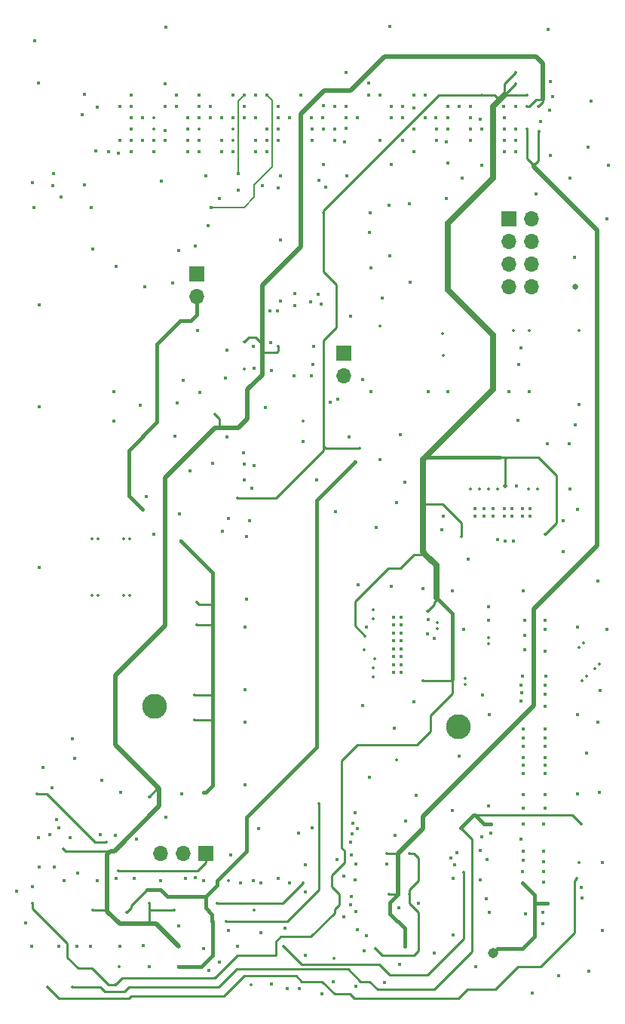
<source format=gbr>
%TF.GenerationSoftware,KiCad,Pcbnew,(6.0.9)*%
%TF.CreationDate,2022-12-19T19:37:01+02:00*%
%TF.ProjectId,FMC_MIPI_v2,464d435f-4d49-4504-995f-76322e6b6963,rev?*%
%TF.SameCoordinates,Original*%
%TF.FileFunction,Copper,L4,Inr*%
%TF.FilePolarity,Positive*%
%FSLAX46Y46*%
G04 Gerber Fmt 4.6, Leading zero omitted, Abs format (unit mm)*
G04 Created by KiCad (PCBNEW (6.0.9)) date 2022-12-19 19:37:01*
%MOMM*%
%LPD*%
G01*
G04 APERTURE LIST*
%TA.AperFunction,ComponentPad*%
%ADD10R,1.700000X1.700000*%
%TD*%
%TA.AperFunction,ComponentPad*%
%ADD11O,1.700000X1.700000*%
%TD*%
%TA.AperFunction,ComponentPad*%
%ADD12C,2.800000*%
%TD*%
%TA.AperFunction,ViaPad*%
%ADD13C,0.355600*%
%TD*%
%TA.AperFunction,ViaPad*%
%ADD14C,0.406400*%
%TD*%
%TA.AperFunction,ViaPad*%
%ADD15C,1.143000*%
%TD*%
%TA.AperFunction,ViaPad*%
%ADD16C,0.508000*%
%TD*%
%TA.AperFunction,ViaPad*%
%ADD17C,0.635000*%
%TD*%
%TA.AperFunction,Conductor*%
%ADD18C,0.254000*%
%TD*%
%TA.AperFunction,Conductor*%
%ADD19C,0.381000*%
%TD*%
%TA.AperFunction,Conductor*%
%ADD20C,0.508000*%
%TD*%
%TA.AperFunction,Conductor*%
%ADD21C,0.635000*%
%TD*%
%TA.AperFunction,Conductor*%
%ADD22C,0.152400*%
%TD*%
G04 APERTURE END LIST*
D10*
%TO.N,/VOLT_1P8*%
%TO.C,JP1*%
X113030000Y-123698000D03*
D11*
%TO.N,/Jetson_connector/VCC_1V8_EEPROM*%
X110490000Y-123698000D03*
%TO.N,JT_VDD_1V8*%
X107950000Y-123698000D03*
%TD*%
D10*
%TO.N,/VOLT_2P5*%
%TO.C,JP2*%
X112014000Y-58674000D03*
D11*
%TO.N,/LVDS_to_Jetson_lines/VOLT_2P5_CSI_C*%
X112014000Y-61214000D03*
%TD*%
D10*
%TO.N,/VOLT_2P5*%
%TO.C,JP3*%
X128524000Y-67564000D03*
D11*
%TO.N,/LVDS_to_Jetson_lines/VOLT_2P5_CSI_D*%
X128524000Y-70104000D03*
%TD*%
D12*
%TO.N,Earth*%
%TO.C,TP1*%
X141427200Y-109423200D03*
%TD*%
D10*
%TO.N,/FMC_Connector/DBG_IO_1*%
%TO.C,J3*%
X147066000Y-52451000D03*
D11*
%TO.N,/FMC_Connector/DBG_IO_2*%
X149606000Y-52451000D03*
%TO.N,/FMC_Connector/DBG_IO_3*%
X147066000Y-54991000D03*
%TO.N,/FMC_Connector/DBG_IO_4*%
X149606000Y-54991000D03*
%TO.N,/FMC_Connector/DBG_IO_5*%
X147066000Y-57531000D03*
%TO.N,/FMC_Connector/DBG_IO_6*%
X149606000Y-57531000D03*
%TO.N,Earth*%
X147066000Y-60071000D03*
X149606000Y-60071000D03*
%TD*%
D12*
%TO.N,Earth*%
%TO.C,TP2*%
X107315000Y-107137200D03*
%TD*%
D13*
%TO.N,CSI_C_D0_P*%
X144830800Y-99427030D03*
%TO.N,CSI_C_D0_N*%
X144830800Y-100112830D03*
%TO.N,CSI_C_D1_P*%
X142189200Y-104051100D03*
%TO.N,CSI_C_D1_N*%
X142189200Y-104736900D03*
%TO.N,CSI_D_D0_P*%
X155487267Y-100062133D03*
%TO.N,CSI_D_D0_N*%
X155002333Y-100547067D03*
%TO.N,CSI_C_CLK_P*%
X139065000Y-97737930D03*
%TO.N,CSI_D_CLK_P*%
X157265267Y-102424333D03*
%TO.N,CSI_C_CLK_N*%
X139065000Y-98423730D03*
%TO.N,CSI_D_CLK_N*%
X156780333Y-102909267D03*
%TO.N,CSI_D_D1_P*%
X155792067Y-103770533D03*
%TO.N,CSI_D_D1_N*%
X155307133Y-104255467D03*
%TO.N,/LVDS_to_Jetson_lines/CSI_LP_C_CLK_P*%
X131826000Y-96316800D03*
%TO.N,/LVDS_to_Jetson_lines/CSI_LP_C_CLK_N*%
X131826000Y-97332800D03*
%TO.N,/LVDS_to_Jetson_lines/CSI_LP_C_D0_P*%
X130835400Y-100838000D03*
%TO.N,/LVDS_to_Jetson_lines/CSI_LP_C_D0_N*%
X132003800Y-101828600D03*
%TO.N,/LVDS_to_Jetson_lines/CSI_LP_C_D1_P*%
X131826000Y-102819200D03*
%TO.N,/LVDS_to_Jetson_lines/CSI_LP_C_D1_N*%
X131826000Y-103835200D03*
%TO.N,/LVDS_to_Jetson_lines/CSI_LP_D_CLK_P*%
X150291800Y-82804000D03*
D14*
%TO.N,/LVDS_to_Jetson_lines/CSI_LP_D_CLK_N*%
X127863600Y-72745600D03*
D13*
X149301200Y-82804000D03*
D14*
X124917200Y-70104000D03*
D13*
%TO.N,/LVDS_to_Jetson_lines/CSI_LP_D_D0_P*%
X145796000Y-82804000D03*
%TO.N,/LVDS_to_Jetson_lines/CSI_LP_D_D0_N*%
X144780000Y-82804000D03*
%TO.N,/LVDS_to_Jetson_lines/CSI_LP_D_D1_P*%
X143789400Y-82804000D03*
%TO.N,/LVDS_to_Jetson_lines/CSI_LP_D_D1_N*%
X142798800Y-82804000D03*
D14*
%TO.N,/Jetson_connector/EEPROM_SCL*%
X118364000Y-126746000D03*
%TO.N,/Jetson_connector/EEPROM_SDA*%
X121158010Y-126492000D03*
%TO.N,/Jetson_connector/EEPROM_A2*%
X124206000Y-124968000D03*
%TO.N,/Jetson_connector/EEPROM_A1*%
X124968000Y-120777000D03*
%TO.N,/Jetson_connector/EEPROM_A0*%
X123444000Y-121412000D03*
D13*
%TO.N,/Jetson_connector/JT_VDD_3V3*%
X95250000Y-138684000D03*
X154686000Y-126492000D03*
D15*
%TO.N,/Jetson_connector/JT_VDD_5V*%
X145288000Y-134874000D03*
D13*
X148590000Y-127000000D03*
X151384000Y-129286000D03*
D14*
%TO.N,Net-(R8-Pad2)*%
X116586000Y-134112000D03*
%TO.N,JT_1p8V_GPIO9_IN*%
X155194000Y-127508000D03*
%TO.N,JT_1p8V_GPIO17_IN*%
X144907000Y-130302000D03*
%TO.N,JT_1p8V_I2C_CAM_CLK*%
X126060200Y-139420600D03*
X144780000Y-118364000D03*
%TO.N,JT_1p8V_I2C_CAM_DAT*%
X128524000Y-126238000D03*
%TO.N,JT_1p8V_CAM0_MCLK*%
X144018000Y-121793000D03*
%TO.N,JT_1p8V_CAM0_PWR*%
X143891000Y-123317000D03*
%TO.N,JT_1p8V_CAM0_RST*%
X144653000Y-124333000D03*
%TO.N,Net-(IC3-Pad8)*%
X133096000Y-138176000D03*
%TO.N,Net-(IC3-Pad5)*%
X130810000Y-134620000D03*
%TO.N,Net-(IC3-Pad4)*%
X128524000Y-130810000D03*
%TO.N,Net-(IC3-Pad1)*%
X123571000Y-138811000D03*
%TO.N,/Slow_signals_level_shifters/1DIR_U3*%
X127762000Y-124333000D03*
X129794000Y-119126000D03*
%TO.N,Net-(R16-Pad2)*%
X131445000Y-53975000D03*
D13*
%TO.N,/Jetson_connector/VCC_1V8_EEPROM*%
X115570000Y-126746000D03*
D14*
%TO.N,Net-(R17-Pad2)*%
X132588000Y-79502000D03*
D13*
%TO.N,/VDD_VADJ*%
X97028000Y-123190000D03*
D14*
X108458000Y-83820000D03*
D13*
X100330000Y-130048000D03*
X133604000Y-128270000D03*
X149098000Y-39878000D03*
X106680000Y-129286000D03*
X133350000Y-123698000D03*
X121158000Y-66802000D03*
X117348000Y-66294000D03*
X149098000Y-42418000D03*
D14*
X135382000Y-134112000D03*
D13*
X106680000Y-117348000D03*
X109982000Y-134112000D03*
X109474000Y-130048000D03*
X114046000Y-74422000D03*
X150495000Y-42672000D03*
X150368000Y-39878000D03*
%TO.N,/VOLT_3P3*%
X126238000Y-51816000D03*
X130302000Y-78232000D03*
X147828000Y-37338000D03*
X114046000Y-137668000D03*
X151130008Y-87884000D03*
X102870000Y-138430000D03*
X144018000Y-38608000D03*
X93599000Y-129286000D03*
X130962400Y-99263200D03*
X137480032Y-104327960D03*
D16*
X146685000Y-82423000D03*
D13*
X116586000Y-83820000D03*
X137922000Y-96520000D03*
X120904000Y-135128000D03*
X149098000Y-38608000D03*
X141732000Y-88163400D03*
X147828000Y-36068000D03*
%TO.N,/VOLT_1P8*%
X132080000Y-134366000D03*
X118465600Y-130022600D03*
X127482600Y-135432800D03*
X94081600Y-116992400D03*
X118135400Y-138379200D03*
X114300000Y-129286000D03*
X135890000Y-128270000D03*
X135890000Y-123698000D03*
X123952000Y-127000008D03*
X103200200Y-125603000D03*
X101879400Y-122402600D03*
%TO.N,/VOLT_1P2*%
X104140000Y-130302000D03*
X117348000Y-69342000D03*
D14*
X109982000Y-136398000D03*
D13*
X123952000Y-75184000D03*
D14*
X129794000Y-79756000D03*
%TO.N,/VOLT_2P5*%
X121412000Y-54864000D03*
X111887000Y-55499000D03*
%TO.N,/FMC_Connector/TDI*%
X136398000Y-38608000D03*
%TO.N,/FMC_Connector/TDO*%
X137668000Y-38608000D03*
%TO.N,/LVDS_to_Jetson_lines/DIR_IC1*%
X111252000Y-80772000D03*
%TO.N,/LVDS_to_Jetson_lines/EN_U5*%
X141986000Y-98552000D03*
X140716000Y-94234000D03*
%TO.N,/LVDS_to_Jetson_lines/EN_U6*%
X153924000Y-82804000D03*
X145821400Y-88442800D03*
%TO.N,Net-(IC4-Pad8)*%
X108585000Y-119634000D03*
%TO.N,Net-(IC4-Pad5)*%
X110363000Y-116967000D03*
%TO.N,Net-(IC4-Pad4)*%
X95757966Y-116332000D03*
%TO.N,Net-(IC4-Pad1)*%
X96520000Y-120777000D03*
%TO.N,JT_1p8V_I2C2_CAM_CLK*%
X145034000Y-121412000D03*
%TO.N,JT_1p8V_I2C2_CAM_DAT*%
X136652000Y-117170200D03*
X148463000Y-122047000D03*
X95504000Y-121539000D03*
%TO.N,JT_1p8V_I2C3_CAM_CLK*%
X96520000Y-134112000D03*
X114554000Y-135890000D03*
X143891000Y-126619000D03*
X115570000Y-132334000D03*
%TO.N,JT_1p8V_I2C3_CAM_DAT*%
X122174000Y-138811000D03*
X100076000Y-134112000D03*
%TO.N,Net-(IC5-Pad8)*%
X94234000Y-121920000D03*
%TO.N,Net-(IC5-Pad5)*%
X92837000Y-131445000D03*
X96012000Y-125222000D03*
%TO.N,Net-(IC5-Pad4)*%
X98653600Y-125882400D03*
%TO.N,Net-(IC5-Pad1)*%
X109982000Y-131826000D03*
X97790000Y-121920000D03*
%TO.N,/LVDS_to_Jetson_lines/SWITCH_DATA_LANES_CSI_CD*%
X118491000Y-80187800D03*
%TO.N,/LVDS_to_Jetson_lines/SWITCH_CLOCK_LANES_CSI_CD*%
X117348000Y-80010000D03*
%TO.N,/LVDS_to_Jetson_lines/EN_MIPI_OUT_CSI_C*%
X142494000Y-90678000D03*
X113792000Y-79883000D03*
X130124200Y-93522800D03*
%TO.N,/LVDS_to_Jetson_lines/EN_MIPI_OUT_CSI_D*%
X130683000Y-70485000D03*
X117322600Y-78714600D03*
X153898600Y-77698600D03*
%TO.N,/LVDS_to_Jetson_lines/SWITCH1_U6*%
X146710400Y-88646000D03*
X139700000Y-85852000D03*
%TO.N,/LVDS_to_Jetson_lines/SWITCH2_U5*%
X137922004Y-99060000D03*
X133858000Y-93726000D03*
%TO.N,/LVDS_to_Jetson_lines/SWITCH2_U6*%
X132207000Y-87096600D03*
X147574000Y-88646000D03*
%TO.N,/LVDS_to_Jetson_lines/SWITCH1_U5*%
X138684000Y-99568000D03*
X137414000Y-93980000D03*
D13*
%TO.N,JT_VDD_1V8*%
X115316000Y-131318000D03*
X154940000Y-124714000D03*
X125730000Y-118110000D03*
X134493000Y-113156998D03*
D14*
%TO.N,Net-(IC6-Pad5)*%
X106680000Y-136398000D03*
%TO.N,Net-(IC6-Pad3)*%
X102997000Y-126492000D03*
D13*
%TO.N,/Jetson_connector/JT_VDD_2V8*%
X155194000Y-120396000D03*
X98044000Y-138684000D03*
X145034000Y-120396000D03*
%TO.N,/Jetson_connector/JT_VDD_1V2*%
X142011400Y-125831600D03*
X121767600Y-134112000D03*
X103301800Y-136347200D03*
D14*
%TO.N,Net-(R31-Pad1)*%
X131419600Y-115112800D03*
X141224000Y-123596400D03*
%TO.N,Net-(R32-Pad2)*%
X98552000Y-134112000D03*
%TO.N,Net-(R33-Pad2)*%
X97155000Y-126746000D03*
X103378000Y-134112000D03*
%TO.N,Net-(R34-Pad2)*%
X93472000Y-134112000D03*
%TO.N,Net-(IC7-Pad5)*%
X113411000Y-136779000D03*
%TO.N,/Slow_signals_level_shifters/ENN_JETSON_GPIO*%
X138684000Y-134874000D03*
X112776000Y-126746000D03*
%TO.N,FMC_HS_CSI_C_D1_N*%
X112268000Y-43688000D03*
D13*
X100241100Y-88392000D03*
X100241100Y-94742000D03*
%TO.N,FMC_HS_CSI_C_D1_P*%
X100926900Y-88392000D03*
X112268000Y-42418000D03*
X100926900Y-94742000D03*
%TO.N,FMC_HS_CSI_C_D0_N*%
X103797100Y-94742000D03*
X116078000Y-43688000D03*
X103797100Y-88392000D03*
%TO.N,FMC_HS_CSI_C_D0_P*%
X104482900Y-88392000D03*
X116078000Y-42418000D03*
X104482900Y-94742000D03*
D14*
%TO.N,FMC_HS_CSI_D_D1_N*%
X138938000Y-42418000D03*
%TO.N,FMC_HS_CSI_D_D1_P*%
X138938000Y-43688000D03*
%TO.N,FMC_HS_CSI_D_D0_N*%
X142748000Y-42418000D03*
%TO.N,FMC_HS_CSI_D_D0_P*%
X142748000Y-43688000D03*
%TO.N,FMC_HS_CSI_D_CLK_N*%
X146558000Y-42418000D03*
%TO.N,FMC_HS_CSI_D_CLK_P*%
X146558000Y-43688000D03*
D13*
%TO.N,FMC_HS_CSI_C_CLK_N*%
X107188000Y-42418000D03*
%TO.N,FMC_HS_CSI_C_CLK_P*%
X107188000Y-41148000D03*
D14*
%TO.N,FMC_CSI_LP_C_D1_N*%
X119888000Y-42418000D03*
X116713000Y-49276000D03*
%TO.N,FMC_CSI_LP_C_D1_P*%
X119380000Y-48768000D03*
X119888000Y-43688000D03*
%TO.N,FMC_CSI_LP_C_D0_N*%
X124968000Y-42418000D03*
X121412000Y-47625000D03*
%TO.N,FMC_CSI_LP_C_D0_P*%
X121158000Y-49022000D03*
X124968000Y-43688000D03*
%TO.N,FMC_CSI_LP_C_CLK_N*%
X127508000Y-42418000D03*
X125730000Y-48133000D03*
%TO.N,FMC_CSI_LP_C_CLK_P*%
X126492000Y-48895000D03*
X127508000Y-43688000D03*
%TO.N,FMC_CSI_LP_D_D1_N*%
X118618000Y-41148000D03*
X121132600Y-62814200D03*
%TO.N,FMC_CSI_LP_D_D1_P*%
X117348000Y-41148000D03*
X121437400Y-61671200D03*
%TO.N,FMC_CSI_LP_D_D0_N*%
X122428000Y-41148000D03*
X123088400Y-62230000D03*
%TO.N,FMC_CSI_LP_D_D0_P*%
X123088400Y-60858400D03*
X121158000Y-41148000D03*
%TO.N,FMC_CSI_LP_D_CLK_N*%
X124866400Y-61772800D03*
X126212600Y-41122600D03*
%TO.N,FMC_CSI_LP_D_CLK_P*%
X124942600Y-41148000D03*
X125984000Y-62026800D03*
%TO.N,FMC_I2C_CAM_CLK*%
X130048000Y-41148000D03*
X131130000Y-132908000D03*
%TO.N,FMC_I2C_CAM_DAT*%
X128778000Y-41148000D03*
X121920000Y-132080000D03*
%TO.N,FMC_I2C2_CAM_CLK*%
X95885000Y-48768000D03*
X110998000Y-41148000D03*
X98298000Y-113030000D03*
%TO.N,FMC_I2C2_CAM_DAT*%
X112268000Y-38608000D03*
X94742000Y-114046000D03*
X95948500Y-47434500D03*
%TO.N,FMC_I2C3_CAM_CLK*%
X96774000Y-50038000D03*
X98107500Y-110807500D03*
X107188000Y-43688000D03*
%TO.N,FMC_I2C3_CAM_DAT*%
X101346000Y-115443000D03*
X110998000Y-42418000D03*
%TO.N,FMC_CAM0_RST*%
X129286000Y-122428000D03*
X135128000Y-41148000D03*
%TO.N,FMC_CAM0_PWR*%
X137668000Y-41148000D03*
X129463799Y-121488201D03*
%TO.N,FMC_CAM0_MCLK*%
X140208000Y-41148000D03*
X129540000Y-120269000D03*
%TO.N,FMC_EN_MIPI_OUT_CLOCK_VADJ*%
X114554000Y-50165000D03*
X118618000Y-38608000D03*
%TO.N,FMC_EN_MIPI_OUT_DATA_VADJ*%
X116713001Y-47370999D03*
X117348000Y-38608000D03*
%TO.N,FMC_SWITCH_CLOCK_LANES_VADJ*%
X113030000Y-47625000D03*
X114808000Y-41148000D03*
%TO.N,FMC_SWITCH_DATA_LANES_VADJ*%
X108077000Y-48260000D03*
X113538000Y-41148000D03*
%TO.N,FMC_1P2V_MONITOR*%
X108458000Y-43688000D03*
X105029000Y-126492000D03*
%TO.N,FMC_ENN_JT_GPIO_INPUT*%
X113665000Y-51181000D03*
X119888000Y-38608000D03*
X110744000Y-126492000D03*
%TO.N,FMC_2P8V_MONITOR*%
X108458000Y-37338000D03*
X99201477Y-40781477D03*
%TO.N,FMC_3P3V_MONITOR*%
X109728000Y-38608000D03*
X93599000Y-48387000D03*
%TO.N,FMC_GPIO17_OUT*%
X129286000Y-129413000D03*
X131318000Y-38608000D03*
%TO.N,FMC_GPIO9_OUT*%
X129413000Y-128524000D03*
X132588000Y-38607998D03*
%TO.N,FMC_1P8V_MONITOR*%
X129362200Y-123850400D03*
X133858000Y-41148000D03*
D13*
%TO.N,/LVDS_to_Jetson_lines/VOLT_2P5_CSI_C*%
X112014000Y-98044000D03*
X112014000Y-95504000D03*
D14*
X105918000Y-85090000D03*
D13*
X111760000Y-105918000D03*
X112776000Y-116840000D03*
D14*
X110236000Y-88646000D03*
D13*
X111760000Y-108712000D03*
%TO.N,/LVDS_to_Jetson_lines/VOLT_2P5_CSI_D*%
X147574000Y-65024000D03*
X139649200Y-65354200D03*
X154940000Y-65024000D03*
X149352000Y-65024000D03*
X132588000Y-64516000D03*
X139700000Y-67818000D03*
D14*
%TO.N,/FMC_Connector/DBG_IO_5*%
X131343400Y-37261800D03*
X153924000Y-47879000D03*
%TO.N,/FMC_Connector/DBG_IO_6*%
X128778000Y-36068000D03*
%TO.N,/FMC_Connector/DBG_IO_1*%
X142748000Y-41148000D03*
%TO.N,/FMC_Connector/DBG_IO_2*%
X146558000Y-41148000D03*
%TO.N,/FMC_Connector/DBG_IO_3*%
X146532600Y-39852600D03*
X150114000Y-49657000D03*
%TO.N,/FMC_Connector/DBG_IO_4*%
X151765000Y-37058600D03*
X138912600Y-41148000D03*
%TO.N,Earth*%
X151384000Y-77724000D03*
X142748000Y-39878000D03*
X120243600Y-62814200D03*
X156337000Y-39243000D03*
X135382000Y-82042000D03*
X144907000Y-108077000D03*
X135001000Y-97155000D03*
X125145800Y-66802000D03*
X113284000Y-53213000D03*
X111887000Y-126365000D03*
X148844000Y-97536000D03*
X118440200Y-69240400D03*
X144018000Y-42418000D03*
X155321000Y-128651000D03*
X141478000Y-112776000D03*
X144018000Y-46482000D03*
X148971000Y-130429000D03*
X115824000Y-123825000D03*
X144272000Y-84963000D03*
X151003000Y-125730000D03*
X94234000Y-37211000D03*
X108585000Y-30988000D03*
X135001000Y-100711000D03*
X106045000Y-133985000D03*
X148463000Y-106553000D03*
X117475000Y-115951000D03*
X110490000Y-70561200D03*
X157099000Y-108966000D03*
X101219000Y-121539000D03*
X115570000Y-86080600D03*
X96266000Y-119888000D03*
X116078000Y-41148000D03*
X151130000Y-118618000D03*
X151638000Y-40259000D03*
X109855000Y-73152000D03*
X154432000Y-56769000D03*
X149352000Y-71882000D03*
X135001000Y-102489000D03*
X103378000Y-43688000D03*
X151130000Y-100965000D03*
X115392200Y-67208400D03*
X121158000Y-39878000D03*
X118999000Y-120904000D03*
X149733000Y-139319000D03*
X120396000Y-138303000D03*
X129921000Y-124841000D03*
X94361000Y-91567000D03*
X135001000Y-101600000D03*
X136398000Y-44958000D03*
X144272000Y-85852000D03*
X151130000Y-110744000D03*
X148463000Y-66929000D03*
X116078000Y-38608000D03*
X155956000Y-44450000D03*
X123698000Y-38608000D03*
X112268000Y-39878000D03*
X140589000Y-124206000D03*
X112395000Y-71958200D03*
X148717000Y-112903000D03*
X147828000Y-42418000D03*
X129159000Y-76962000D03*
X135001000Y-99822000D03*
X144780000Y-97536000D03*
X116967000Y-127000000D03*
X102743000Y-75184000D03*
X117602000Y-88163400D03*
X133858000Y-46355000D03*
X109601000Y-76885800D03*
X148717000Y-118618000D03*
X147828000Y-39878000D03*
X140081000Y-43815000D03*
X148717000Y-110744000D03*
X138049000Y-97409000D03*
X103378000Y-39878000D03*
X151130000Y-105791000D03*
X112268000Y-41148000D03*
X118618000Y-43688000D03*
X104648000Y-39878000D03*
X91821000Y-127889000D03*
X107950000Y-126746000D03*
X122428000Y-127000000D03*
X148717000Y-94234000D03*
X117475000Y-105283000D03*
X133858000Y-39878000D03*
X151130000Y-97536000D03*
X151130000Y-107188000D03*
X140208000Y-46228000D03*
X133604000Y-50927000D03*
X134832000Y-136102000D03*
X151003000Y-126873000D03*
X144145000Y-105918000D03*
X151130000Y-113792000D03*
X148717000Y-111633000D03*
X148844000Y-99187000D03*
X153162000Y-89789000D03*
X131597400Y-57988200D03*
X140208000Y-39878000D03*
X109347000Y-59690000D03*
X106375200Y-83616800D03*
X140716000Y-118872000D03*
X148590000Y-103759000D03*
X140843000Y-132842000D03*
X157226000Y-116840000D03*
X147828000Y-43688000D03*
X132842000Y-61341000D03*
X108458000Y-39878000D03*
X100838000Y-126746000D03*
X140208000Y-42418000D03*
X156083000Y-136906000D03*
X128778000Y-42291000D03*
X135509000Y-120015000D03*
X114808000Y-44958000D03*
X129794000Y-126619000D03*
X130048000Y-132207000D03*
X153162000Y-86360000D03*
X148717000Y-109728000D03*
X147447000Y-84963000D03*
X117348000Y-81788000D03*
X150876000Y-130302000D03*
X117475000Y-98298000D03*
X119761000Y-73660000D03*
X151511000Y-31242000D03*
X122986800Y-70053200D03*
X109982000Y-56007000D03*
X136906000Y-129286000D03*
X107188000Y-44958000D03*
X120319800Y-66395600D03*
X135001000Y-98044000D03*
X113538000Y-39878000D03*
X117475000Y-108966000D03*
X119888000Y-44958000D03*
X94361000Y-62103000D03*
X93853000Y-32512000D03*
X106172000Y-60071000D03*
X152654000Y-137414000D03*
X148209000Y-68834000D03*
X134112000Y-101600000D03*
X128651000Y-43815000D03*
X102997000Y-57785000D03*
X119253000Y-127000000D03*
X148717000Y-123444000D03*
X143383000Y-136398000D03*
X109728000Y-39878000D03*
X114808000Y-43688000D03*
X119253000Y-132588000D03*
X151130000Y-111633000D03*
X105918000Y-41148000D03*
X147955000Y-82423000D03*
X104648000Y-43688000D03*
X143891000Y-41275000D03*
X148717000Y-120396000D03*
X126238000Y-39751000D03*
X136398000Y-40005000D03*
X131064000Y-98298000D03*
X125095000Y-68808600D03*
X102108000Y-44958000D03*
X110109000Y-85598000D03*
X140843000Y-126492000D03*
X140970000Y-124968000D03*
X102870000Y-121666000D03*
X158242000Y-46482000D03*
X134874000Y-76708000D03*
X120421400Y-69494400D03*
X129921000Y-130175000D03*
X115290600Y-70332600D03*
X140081000Y-50165000D03*
X148539200Y-105638600D03*
X135128000Y-43688000D03*
D17*
X154559000Y-60071000D03*
D14*
X118389400Y-66751200D03*
X154813000Y-108077000D03*
X148590000Y-125730000D03*
X94361000Y-73533000D03*
X139573000Y-87376000D03*
X100203000Y-51181000D03*
X151130000Y-109728000D03*
X143256000Y-85852000D03*
X154813000Y-116967000D03*
X157607000Y-124714000D03*
X145288000Y-85852000D03*
X146558000Y-85852000D03*
X147447000Y-85852000D03*
X133350000Y-124841000D03*
X129286000Y-63373000D03*
X149479000Y-85852000D03*
X155829000Y-112395000D03*
X118618000Y-44958000D03*
X104648000Y-41148000D03*
X126238000Y-46355000D03*
X134112000Y-103378000D03*
X141478000Y-39878000D03*
X105664000Y-73406000D03*
X151130000Y-104775000D03*
X125679200Y-60960000D03*
X151130000Y-112903000D03*
X147066000Y-71882000D03*
X94361000Y-125222000D03*
X148717000Y-114681000D03*
X105283000Y-122047000D03*
X135001000Y-98933000D03*
X112268000Y-44958000D03*
X158115000Y-98552000D03*
X133731000Y-30861000D03*
X148590000Y-85852000D03*
X110998000Y-43688000D03*
X132588000Y-43688000D03*
X146558000Y-84963000D03*
X128778000Y-39878000D03*
X104648000Y-42418000D03*
X148717000Y-124460000D03*
X154813000Y-98298000D03*
X126238000Y-42418000D03*
X107188000Y-87884000D03*
X144526000Y-128778000D03*
X127635000Y-85344000D03*
X100330000Y-55880000D03*
X112776000Y-134366000D03*
X148590000Y-84963000D03*
X148717000Y-117094000D03*
X134493000Y-84328000D03*
X141859000Y-47879000D03*
X121158000Y-43688000D03*
X136398000Y-42418000D03*
X151130000Y-98552000D03*
X134112000Y-97155000D03*
X108458000Y-42545000D03*
X129921000Y-138557000D03*
X135001000Y-103378000D03*
X134747000Y-129794000D03*
X134324000Y-121624000D03*
X158115000Y-52451000D03*
X136017000Y-59563000D03*
X151130000Y-114681000D03*
X104648000Y-44958000D03*
X114935000Y-87503000D03*
X151003000Y-124587000D03*
X123952000Y-77470000D03*
X100863400Y-39954200D03*
X157607000Y-132334000D03*
X143256000Y-84963000D03*
X131546600Y-51816000D03*
X103251000Y-45085000D03*
X105918000Y-43688000D03*
X110998000Y-44958000D03*
X99415600Y-38506400D03*
X135128000Y-39878000D03*
X134112000Y-98933000D03*
X151130000Y-117094000D03*
X146558000Y-44958000D03*
X131572000Y-71882000D03*
X140208000Y-71882000D03*
X150622000Y-41529000D03*
X103505000Y-116840000D03*
X118237000Y-82677000D03*
X148463000Y-104775000D03*
X136398000Y-106680000D03*
X157099000Y-93091000D03*
X144780000Y-96012000D03*
X115468400Y-76962000D03*
X134112000Y-100711000D03*
X93599000Y-127381000D03*
X148082000Y-75057000D03*
X128905000Y-47625000D03*
X157353000Y-105410000D03*
X130683000Y-107061000D03*
X154813000Y-85090000D03*
X154559000Y-75565000D03*
X125476000Y-81788000D03*
X134239000Y-109601000D03*
X121158000Y-42418000D03*
X116078000Y-44958000D03*
X135890000Y-50800000D03*
X134112000Y-102489000D03*
X112141000Y-65024000D03*
X134112000Y-98044000D03*
X151765000Y-45339000D03*
X134112000Y-99822000D03*
X150876000Y-131572000D03*
X154940000Y-73279000D03*
X151257000Y-103759000D03*
X151003000Y-120396000D03*
X102743000Y-71882000D03*
X104648000Y-38608000D03*
X127381000Y-138049000D03*
X100711000Y-44831000D03*
X149479000Y-84963000D03*
X148844000Y-100838000D03*
X152019000Y-38735000D03*
X147828000Y-44958000D03*
X145288000Y-84963000D03*
X133731000Y-56642000D03*
X117983000Y-86360000D03*
X117602000Y-95123000D03*
X127508000Y-39878000D03*
X124206000Y-128016000D03*
X130048000Y-120904000D03*
X138049000Y-71882000D03*
X99441000Y-48641000D03*
X117348000Y-39878000D03*
X127025400Y-73050400D03*
X151003000Y-123444000D03*
X148717000Y-113792000D03*
X93726000Y-51181000D03*
X124206000Y-135128000D03*
%TD*%
D18*
%TO.N,/Jetson_connector/JT_VDD_3V3*%
X104648000Y-139700000D02*
X115062000Y-139700000D01*
X141401800Y-139954000D02*
X142417800Y-138938000D01*
X145542000Y-138938000D02*
X148082000Y-136398000D01*
X123825000Y-138049000D02*
X126111000Y-138049000D01*
X117348000Y-137414000D02*
X123190000Y-137414000D01*
X148082000Y-136398000D02*
X150622000Y-136398000D01*
X123190000Y-137414000D02*
X123825000Y-138049000D01*
X104394000Y-139954000D02*
X104648000Y-139700000D01*
X127508000Y-139446000D02*
X129222500Y-139446000D01*
X154432000Y-126746000D02*
X154686000Y-126492000D01*
X126111000Y-138049000D02*
X127508000Y-139446000D01*
X150622000Y-136398000D02*
X154432000Y-132588000D01*
X129222500Y-139446000D02*
X129730500Y-139954000D01*
X129730500Y-139954000D02*
X141401800Y-139954000D01*
X115062000Y-139700000D02*
X117348000Y-137414000D01*
X142417800Y-138938000D02*
X145542000Y-138938000D01*
X154432000Y-132588000D02*
X154432000Y-126746000D01*
X95250000Y-138684000D02*
X96520000Y-139954000D01*
X96520000Y-139954000D02*
X104394000Y-139954000D01*
D19*
%TO.N,/Jetson_connector/JT_VDD_5V*%
X149961600Y-129286000D02*
X151384000Y-129286000D01*
X148590000Y-134366000D02*
X145796000Y-134366000D01*
X148590000Y-127000000D02*
X149961600Y-128371600D01*
X149936200Y-133019800D02*
X148590000Y-134366000D01*
X145796000Y-134366000D02*
X145288000Y-134874000D01*
X149961600Y-128371600D02*
X149961600Y-129286000D01*
X149936200Y-129438400D02*
X149936200Y-133019800D01*
D20*
%TO.N,/VDD_VADJ*%
X119380000Y-69977000D02*
X117729000Y-71628000D01*
D18*
X117856000Y-65786000D02*
X118618000Y-65786000D01*
X97282000Y-123444000D02*
X97028000Y-123190000D01*
D20*
X116721364Y-75946000D02*
X114554000Y-75946000D01*
X149860000Y-46482000D02*
X149860000Y-46609000D01*
X102870000Y-103682800D02*
X102870000Y-111455200D01*
D18*
X149860000Y-46482000D02*
X150368000Y-45974000D01*
D20*
X114554000Y-75946000D02*
X114046000Y-75946000D01*
D18*
X149352000Y-39878000D02*
X150114000Y-39116000D01*
X101854000Y-130048000D02*
X102006399Y-130200399D01*
X114046000Y-74422000D02*
X114554000Y-74930000D01*
X149098000Y-42418000D02*
X149098000Y-45720000D01*
D20*
X117729000Y-71628000D02*
X117729000Y-74938364D01*
D18*
X106680000Y-129286000D02*
X106680000Y-130048000D01*
X102362000Y-123444000D02*
X97282000Y-123444000D01*
X150114000Y-39116000D02*
X150876000Y-39116000D01*
D20*
X108458000Y-98094800D02*
X102870000Y-103682800D01*
X107848400Y-118389400D02*
X107848400Y-116433600D01*
D19*
X134620000Y-128270000D02*
X133731000Y-129159000D01*
D20*
X106680000Y-131572000D02*
X107442000Y-131572000D01*
X102870000Y-111455200D02*
X107848400Y-116433600D01*
X150114000Y-34290000D02*
X133096000Y-34290000D01*
D18*
X133604000Y-128270000D02*
X134620000Y-128270000D01*
D20*
X102362000Y-123444000D02*
X102793800Y-123444000D01*
D18*
X106680000Y-117348000D02*
X107594400Y-116433600D01*
D20*
X102793800Y-123444000D02*
X107848400Y-118389400D01*
X119380000Y-66548000D02*
X119380000Y-69977000D01*
D18*
X100330000Y-130048000D02*
X101854000Y-130048000D01*
D20*
X126314200Y-38074600D02*
X123698000Y-40690800D01*
D18*
X118618000Y-65786000D02*
X119380000Y-66548000D01*
D20*
X149860000Y-46609000D02*
X156972000Y-53721000D01*
X103378000Y-131572000D02*
X106680000Y-131572000D01*
D19*
X133731000Y-130429000D02*
X135382000Y-132080000D01*
D18*
X150368000Y-39878000D02*
X150876000Y-39370000D01*
X150368000Y-45974000D02*
X150368000Y-42799000D01*
X107594400Y-116433600D02*
X107848400Y-116433600D01*
X121031000Y-67437000D02*
X119380000Y-67437000D01*
D20*
X133096000Y-34290000D02*
X129311400Y-38074600D01*
X108458000Y-81534000D02*
X108458000Y-83820000D01*
X123698000Y-40690800D02*
X123698000Y-55626000D01*
D18*
X106680000Y-130048000D02*
X109474000Y-130048000D01*
D20*
X137414000Y-120904000D02*
X134620000Y-123698000D01*
X129311400Y-38074600D02*
X126314200Y-38074600D01*
X102006399Y-123799601D02*
X102006399Y-130200399D01*
D18*
X133350000Y-123698000D02*
X134620000Y-123698000D01*
D20*
X156972000Y-89154000D02*
X149860000Y-96266000D01*
D18*
X150368000Y-42799000D02*
X150495000Y-42672000D01*
D20*
X108458000Y-83820000D02*
X108458000Y-98094800D01*
D18*
X150876000Y-39370000D02*
X150876000Y-39116000D01*
X119380000Y-67437000D02*
X119380000Y-66548000D01*
D20*
X102362000Y-123444000D02*
X102006399Y-123799601D01*
X150876000Y-35052000D02*
X150114000Y-34290000D01*
X134620000Y-128270000D02*
X134620000Y-123698000D01*
D19*
X135382000Y-132080000D02*
X135382000Y-134112000D01*
D20*
X149860000Y-107050082D02*
X137414000Y-119496082D01*
D18*
X106680000Y-130048000D02*
X106680000Y-131572000D01*
D20*
X156972000Y-53721000D02*
X156972000Y-89154000D01*
D18*
X121158000Y-67310000D02*
X121031000Y-67437000D01*
D20*
X123698000Y-55626000D02*
X119380000Y-59944000D01*
D18*
X149098000Y-39878000D02*
X149352000Y-39878000D01*
X121158000Y-66802000D02*
X121158000Y-67310000D01*
D20*
X137414000Y-119496082D02*
X137414000Y-120904000D01*
X150876000Y-39116000D02*
X150876000Y-35052000D01*
D19*
X133731000Y-129159000D02*
X133731000Y-130429000D01*
D18*
X114554000Y-74930000D02*
X114554000Y-75946000D01*
D20*
X119380000Y-59944000D02*
X119380000Y-66548000D01*
X102006399Y-130200399D02*
X103378000Y-131572000D01*
D18*
X117348000Y-66294000D02*
X117856000Y-65786000D01*
D20*
X114046000Y-75946000D02*
X108458000Y-81534000D01*
X117729000Y-74938364D02*
X116721364Y-75946000D01*
D18*
X149098000Y-45720000D02*
X149860000Y-46482000D01*
D20*
X107442000Y-131572000D02*
X109982000Y-134112000D01*
X149860000Y-96266000D02*
X149860000Y-107050082D01*
D21*
%TO.N,/VOLT_3P3*%
X146558000Y-38608000D02*
X145884899Y-39281101D01*
D18*
X141732000Y-86588600D02*
X141732000Y-88163400D01*
D21*
X137668000Y-79248000D02*
X137414000Y-79502000D01*
D18*
X126238000Y-66116200D02*
X126238000Y-77978000D01*
X140716000Y-104140000D02*
X140538200Y-104317800D01*
X138303000Y-110001810D02*
X136798810Y-111506000D01*
X146812000Y-79248000D02*
X150368000Y-79248000D01*
X140716000Y-105740200D02*
X138303000Y-108153200D01*
X128041399Y-129438401D02*
X127533400Y-129946400D01*
X146685000Y-79375000D02*
X146685000Y-82423000D01*
X127228600Y-127431800D02*
X128041399Y-128244599D01*
D21*
X145288000Y-65532000D02*
X145288000Y-71628000D01*
D18*
X144018000Y-38608000D02*
X139192000Y-38608000D01*
D19*
X146050000Y-79248000D02*
X137668000Y-79248000D01*
D18*
X126238000Y-51816000D02*
X126238000Y-58420000D01*
X128295400Y-123012200D02*
X128676400Y-123393200D01*
D21*
X140208000Y-60452000D02*
X145288000Y-65532000D01*
D18*
X145884899Y-39281101D02*
X145884899Y-38989000D01*
X103632000Y-137668000D02*
X114046000Y-137668000D01*
D21*
X137716006Y-90121994D02*
X138938000Y-91343988D01*
D18*
X128676400Y-124688600D02*
X127228600Y-126136400D01*
X93599000Y-129873250D02*
X93599000Y-129286000D01*
X137490192Y-104317800D02*
X137480032Y-104327960D01*
X136798810Y-111506000D02*
X130048000Y-111506000D01*
X97496375Y-133770625D02*
X97496375Y-135342375D01*
X126238000Y-77978000D02*
X126492000Y-78232000D01*
X140716000Y-104140000D02*
X140716000Y-105740200D01*
X152400000Y-81280000D02*
X152400000Y-86614008D01*
X126492000Y-78232000D02*
X130302000Y-78232000D01*
X128676400Y-123393200D02*
X128676400Y-124688600D01*
X136446006Y-90121994D02*
X134874000Y-91694000D01*
X149098000Y-38608000D02*
X146558000Y-38608000D01*
D21*
X140208000Y-52959000D02*
X140208000Y-60452000D01*
D18*
X127533400Y-129946400D02*
X127533400Y-130352800D01*
X102870000Y-138430000D02*
X102155750Y-138430000D01*
X146050000Y-79248000D02*
X146812000Y-79248000D01*
X146558000Y-37338000D02*
X146558000Y-38608000D01*
D19*
X140716000Y-96774000D02*
X140716000Y-104140000D01*
X138938000Y-94996000D02*
X140716000Y-96774000D01*
D18*
X121462800Y-133019800D02*
X120904000Y-133578600D01*
X124866400Y-133019800D02*
X121462800Y-133019800D01*
D21*
X137414000Y-84505800D02*
X137414000Y-89819988D01*
D18*
X138684000Y-95504000D02*
X138684000Y-95758000D01*
X127228600Y-126136400D02*
X127228600Y-127431800D01*
X127533400Y-130352800D02*
X124866400Y-133019800D01*
X145503899Y-38608000D02*
X144018000Y-38608000D01*
X138303000Y-108153200D02*
X138303000Y-110001810D01*
X137716006Y-90121994D02*
X136446006Y-90121994D01*
X126238000Y-77978000D02*
X126238000Y-78486000D01*
X126238000Y-58420000D02*
X127685800Y-59867800D01*
X152400000Y-86614008D02*
X151130008Y-87884000D01*
X120904000Y-135128000D02*
X116586000Y-135128000D01*
X138684000Y-95758000D02*
X137922000Y-96520000D01*
X146812000Y-79248000D02*
X146685000Y-79375000D01*
X147828000Y-37338000D02*
X146558000Y-38608000D01*
D21*
X145288000Y-47879000D02*
X140208000Y-52959000D01*
D18*
X126238000Y-78486000D02*
X120904000Y-83820000D01*
X150368000Y-79248000D02*
X152400000Y-81280000D01*
X145884899Y-38989000D02*
X145503899Y-38608000D01*
D21*
X138938000Y-91343988D02*
X138938000Y-94996000D01*
D18*
X138938000Y-94996000D02*
X138938000Y-95250000D01*
X139649200Y-84505800D02*
X141732000Y-86588600D01*
X133527800Y-91694000D02*
X129794000Y-95427800D01*
X102870000Y-138430000D02*
X103632000Y-137668000D01*
X120904000Y-83820000D02*
X116586000Y-83820000D01*
D21*
X145288000Y-71628000D02*
X137668000Y-79248000D01*
X145288000Y-39878000D02*
X145288000Y-47879000D01*
D18*
X137414000Y-84505800D02*
X139649200Y-84505800D01*
X127685800Y-64668400D02*
X126238000Y-66116200D01*
X128041399Y-128244599D02*
X128041399Y-129438401D01*
X97496375Y-135342375D02*
X98718625Y-136564625D01*
D21*
X137414000Y-89819988D02*
X137716006Y-90121994D01*
X137414000Y-79502000D02*
X137414000Y-84505800D01*
D18*
X120904000Y-133578600D02*
X120904000Y-135128000D01*
X130048000Y-111506000D02*
X128295400Y-113258600D01*
X138938000Y-95250000D02*
X138684000Y-95504000D01*
X128295400Y-113258600D02*
X128295400Y-123012200D01*
X147828000Y-36068000D02*
X146558000Y-37338000D01*
X129794000Y-98094800D02*
X130962400Y-99263200D01*
D21*
X145884899Y-39281101D02*
X145288000Y-39878000D01*
D18*
X116586000Y-135128000D02*
X114046000Y-137668000D01*
X140538200Y-104317800D02*
X137490192Y-104317800D01*
X139192000Y-38608000D02*
X126238000Y-51562000D01*
X127685800Y-59867800D02*
X127685800Y-64668400D01*
X129794000Y-95427800D02*
X129794000Y-98094800D01*
X97496375Y-133770625D02*
X93599000Y-129873250D01*
X102155750Y-138430000D02*
X100290375Y-136564625D01*
X126238000Y-51562000D02*
X126238000Y-51816000D01*
X134874000Y-91694000D02*
X133527800Y-91694000D01*
X98718625Y-136564625D02*
X100290375Y-136564625D01*
%TO.N,/VOLT_1P8*%
X136906000Y-130302000D02*
X136906000Y-134620000D01*
X113030000Y-124714000D02*
X113030000Y-123698000D01*
X136906000Y-124206000D02*
X136398000Y-123698000D01*
X114300000Y-129286000D02*
X121666008Y-129286000D01*
X135890000Y-128270000D02*
X135890000Y-129286000D01*
X100584000Y-122402600D02*
X101879400Y-122402600D01*
X136398000Y-135128000D02*
X135382000Y-135128000D01*
X121666008Y-129286000D02*
X123952000Y-127000008D01*
X112141000Y-125603000D02*
X113030000Y-124714000D01*
X136906000Y-134620000D02*
X136398000Y-135128000D01*
X135890000Y-127762000D02*
X136906000Y-126746000D01*
X132842000Y-135128000D02*
X132080000Y-134366000D01*
X103200200Y-125603000D02*
X112141000Y-125603000D01*
X94081600Y-116992400D02*
X95173800Y-116992400D01*
X136398000Y-123698000D02*
X135890000Y-123698000D01*
X135382000Y-135128000D02*
X132842000Y-135128000D01*
X95173800Y-116992400D02*
X100584000Y-122402600D01*
X135890000Y-128270000D02*
X135890000Y-127762000D01*
X135890000Y-129286000D02*
X136906000Y-130302000D01*
X136906000Y-126746000D02*
X136906000Y-124206000D01*
D19*
%TO.N,/VOLT_1P2*%
X125476000Y-87299800D02*
X125476000Y-111760000D01*
X113792000Y-131318000D02*
X113792000Y-135128000D01*
X113030000Y-128524000D02*
X113030000Y-129794000D01*
X129794000Y-79756000D02*
X125476000Y-84074000D01*
X117602000Y-119634000D02*
X117602000Y-123444000D01*
X113030000Y-128524000D02*
X108712000Y-128524000D01*
D18*
X106426000Y-127762000D02*
X104648000Y-129540000D01*
X104648000Y-129794000D02*
X104648000Y-129540000D01*
D19*
X108712000Y-128524000D02*
X107950000Y-127762000D01*
X125476000Y-84074000D02*
X125476000Y-87299800D01*
X112522000Y-136398000D02*
X109982000Y-136398000D01*
D18*
X104140000Y-130302000D02*
X104648000Y-129794000D01*
D19*
X113030000Y-129794000D02*
X113779299Y-130543299D01*
X114300000Y-127254000D02*
X113030000Y-128524000D01*
X117602000Y-123444000D02*
X114300000Y-126746000D01*
X113779299Y-130543299D02*
X113779299Y-131305299D01*
X107950000Y-127762000D02*
X106426000Y-127762000D01*
X114300000Y-126746000D02*
X114300000Y-127254000D01*
X113779299Y-131305299D02*
X113792000Y-131318000D01*
X113792000Y-135128000D02*
X112522000Y-136398000D01*
X125476000Y-111760000D02*
X117602000Y-119634000D01*
D18*
%TO.N,JT_VDD_1V8*%
X120650000Y-131318000D02*
X122174000Y-131318000D01*
X125730000Y-127762000D02*
X125730000Y-118110000D01*
X115316000Y-131318000D02*
X120650000Y-131318000D01*
X122174000Y-131318000D02*
X125730000Y-127762000D01*
%TO.N,/Jetson_connector/JT_VDD_2V8*%
X116500658Y-136652000D02*
X114468658Y-138684000D01*
D19*
X143256000Y-119380000D02*
X143154400Y-119380000D01*
D18*
X114468658Y-138684000D02*
X104394000Y-138684000D01*
X104394000Y-138684000D02*
X103886000Y-139192000D01*
X129032000Y-136652000D02*
X116500658Y-136652000D01*
X142951200Y-122072400D02*
X142951200Y-134670800D01*
X154178000Y-119380000D02*
X143256000Y-119380000D01*
X132334000Y-138938000D02*
X131445000Y-138049000D01*
X103886000Y-139192000D02*
X101727000Y-139192000D01*
X141732000Y-120853200D02*
X142951200Y-122072400D01*
X101219000Y-138684000D02*
X98044000Y-138684000D01*
X101727000Y-139192000D02*
X101219000Y-138684000D01*
D19*
X143154400Y-119380000D02*
X141706600Y-120827800D01*
D18*
X155194000Y-120396000D02*
X154178000Y-119380000D01*
D19*
X144272000Y-120396000D02*
X143256000Y-119380000D01*
D18*
X130429000Y-138049000D02*
X129032000Y-136652000D01*
D19*
X145034000Y-120396000D02*
X144272000Y-120396000D01*
D18*
X138684000Y-138938000D02*
X132334000Y-138938000D01*
X142951200Y-134670800D02*
X138684000Y-138938000D01*
X131445000Y-138049000D02*
X130429000Y-138049000D01*
%TO.N,/Jetson_connector/JT_VDD_1V2*%
X133705600Y-137287000D02*
X137972800Y-137287000D01*
X123799600Y-136144000D02*
X132562600Y-136144000D01*
X137972800Y-137287000D02*
X142011400Y-133248400D01*
X142011400Y-133248400D02*
X142011400Y-125831600D01*
X121767600Y-134112000D02*
X123799600Y-136144000D01*
X132562600Y-136144000D02*
X133705600Y-137287000D01*
D22*
%TO.N,FMC_EN_MIPI_OUT_DATA_VADJ*%
X117348000Y-38608000D02*
X116713001Y-39242999D01*
X116713001Y-39242999D02*
X116713001Y-47370999D01*
%TO.N,FMC_ENN_JT_GPIO_INPUT*%
X117348000Y-51181000D02*
X118491000Y-50038000D01*
X113665000Y-51181000D02*
X117348000Y-51181000D01*
X120497600Y-39217600D02*
X119888000Y-38608000D01*
X120497600Y-46634400D02*
X120497600Y-39217600D01*
X118491000Y-48641000D02*
X120497600Y-46634400D01*
X118491000Y-50038000D02*
X118491000Y-48641000D01*
D18*
%TO.N,/LVDS_to_Jetson_lines/VOLT_2P5_CSI_C*%
X112014000Y-98044000D02*
X113792000Y-98044000D01*
D19*
X107594400Y-66522600D02*
X110210600Y-63906400D01*
X104394000Y-78486000D02*
X107594400Y-75285600D01*
X113792000Y-105918000D02*
X113792000Y-108712000D01*
X110236000Y-88646000D02*
X113792000Y-92202000D01*
D18*
X112014000Y-95504000D02*
X112268000Y-95758000D01*
D19*
X113792000Y-95758000D02*
X113792000Y-98044000D01*
D18*
X111760000Y-108712000D02*
X113792000Y-108712000D01*
X111760000Y-105918000D02*
X113792000Y-105918000D01*
X112268000Y-95758000D02*
X113792000Y-95758000D01*
D19*
X107594400Y-75285600D02*
X107594400Y-66522600D01*
X113030000Y-116840000D02*
X112776000Y-116840000D01*
X113792000Y-98044000D02*
X113792000Y-105918000D01*
X104394000Y-83566000D02*
X104394000Y-78486000D01*
X111353600Y-63906400D02*
X112014000Y-63246000D01*
X113792000Y-92202000D02*
X113792000Y-95758000D01*
X110210600Y-63906400D02*
X111353600Y-63906400D01*
X113792000Y-116078000D02*
X113030000Y-116840000D01*
X105918000Y-85090000D02*
X104394000Y-83566000D01*
X112014000Y-63246000D02*
X112014000Y-61214000D01*
X113792000Y-108712000D02*
X113792000Y-116078000D01*
%TD*%
M02*

</source>
